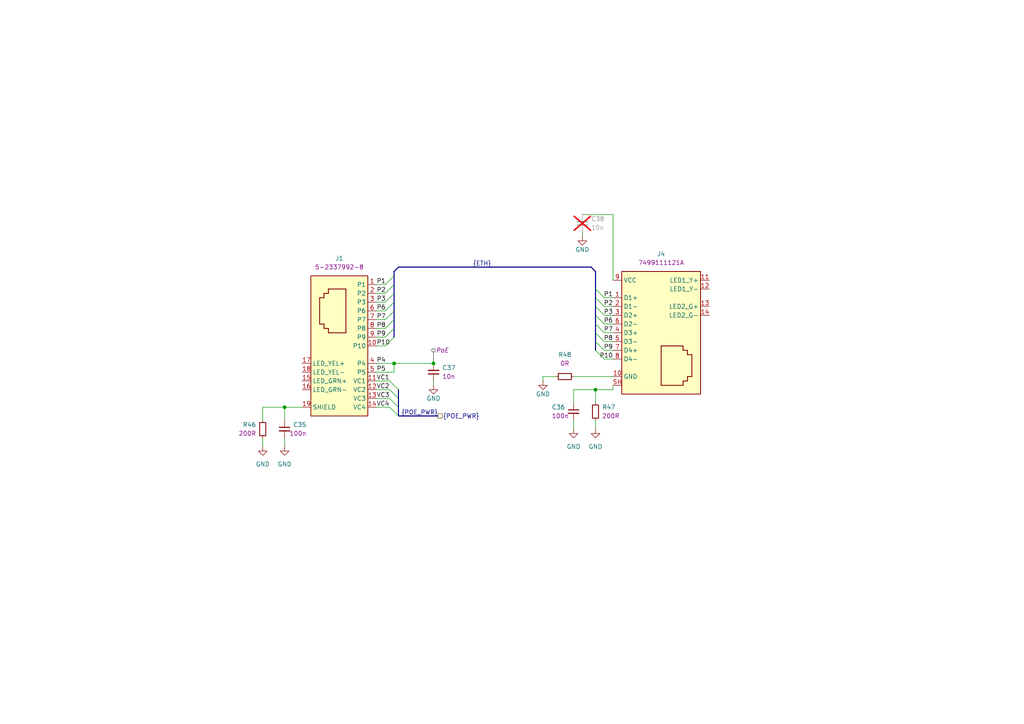
<source format=kicad_sch>
(kicad_sch (version 20230121) (generator eeschema)
  (paper "A4")
  (lib_symbols
    (symbol "antmicroCapacitors0402:C_100n_0402" (pin_numbers hide) (pin_names hide)
      (property "Reference" "C" (at 20.32 -5.08 0))
      (property "Val" "100n" (at 20.32 -7.62 0))
      (symbol "C_100n_0402_0_1"
        (polyline (pts (xy 2.032 -1.524) (xy 2.032 1.524)) (stroke (width 0.3048)))
        (polyline (pts (xy 3.048 -1.524) (xy 3.048 1.524)) (stroke (width 0.3302)))
      )
      (symbol "C_100n_0402_1_1"
        (pin passive line (at 0 0 0) (length 2.032) (name "~") (number "1"))
        (pin passive line (at 5.08 0 180) (length 2.032) (name "~") (number "2"))
      )
    )
    (symbol "antmicroCapacitors0603:C_10n_0603" (pin_numbers hide) (pin_names hide)
      (property "Reference" "C" (at 20.32 -5.08 0))
      (property "Val" "10n" (at 20.32 -7.62 0))
      (symbol "C_10n_0603_0_1"
        (polyline (pts (xy 2.032 -1.524) (xy 2.032 1.524)) (stroke (width 0.3048)))
        (polyline (pts (xy 3.048 -1.524) (xy 3.048 1.524)) (stroke (width 0.3302)))
      )
      (symbol "C_10n_0603_1_1"
        (pin passive line (at 0 0 0) (length 2.032) (name "~") (number "1"))
        (pin passive line (at 5.08 0 180) (length 2.032) (name "~") (number "2"))
      )
    )
    (symbol "antmicroModularConnectorsJacksWithMagnetics:Bus_RJ45_5-2337992-8"
      (property "Reference" "J" (at 35.56 -2.54 0))
      (property "MPN" "5-2337992-8" (at 35.56 -12.7 0))
      (symbol "Bus_RJ45_5-2337992-8_1_1"
        (polyline (pts (xy 8.89 -13.97) (xy 13.97 -13.97)) (stroke (width 0.254)) (fill (type background)))
        (polyline (pts (xy 8.89 -1.27) (xy 8.89 -13.97)) (stroke (width 0.254)) (fill (type background)))
        (polyline (pts (xy 8.89 -1.27) (xy 13.97 -1.27)) (stroke (width 0.254)) (fill (type background)))
        (polyline (pts (xy 13.97 -13.97) (xy 13.97 -12.7)) (stroke (width 0.254)) (fill (type background)))
        (polyline (pts (xy 13.97 -12.7) (xy 15.24 -12.7)) (stroke (width 0.254)) (fill (type background)))
        (polyline (pts (xy 13.97 -2.54) (xy 15.24 -2.54)) (stroke (width 0.254)) (fill (type background)))
        (polyline (pts (xy 13.97 -1.27) (xy 13.97 -2.54)) (stroke (width 0.254)) (fill (type background)))
        (polyline (pts (xy 15.24 -12.7) (xy 15.24 -11.43)) (stroke (width 0.254)) (fill (type background)))
        (polyline (pts (xy 15.24 -11.43) (xy 16.51 -11.43)) (stroke (width 0.254)) (fill (type background)))
        (polyline (pts (xy 15.24 -3.81) (xy 16.51 -3.81)) (stroke (width 0.254)) (fill (type background)))
        (polyline (pts (xy 15.24 -2.54) (xy 15.24 -3.81)) (stroke (width 0.254)) (fill (type background)))
        (polyline (pts (xy 16.51 -3.81) (xy 16.51 -11.43)) (stroke (width 0.254)) (fill (type background)))
        (rectangle (start 2.54 2.54) (end 19.05 -38.1) (stroke (width 0.254)) (fill (type background)))
        (pin bidirectional line (at 0 0 0) (length 2.54) (name "P1") (number "1"))
        (pin bidirectional line (at 0 -17.78 0) (length 2.54) (name "P10") (number "10"))
        (pin bidirectional line (at 0 -27.94 0) (length 2.54) (name "VC1") (number "11"))
        (pin bidirectional line (at 0 -30.48 0) (length 2.54) (name "VC2") (number "12"))
        (pin bidirectional line (at 0 -33.02 0) (length 2.54) (name "VC3") (number "13"))
        (pin bidirectional line (at 0 -35.56 0) (length 2.54) (name "VC4") (number "14"))
        (pin passive line (at 21.59 -27.94 180) (length 2.54) (name "LED_GRN+") (number "15"))
        (pin passive line (at 21.59 -30.48 180) (length 2.54) (name "LED_GRN-") (number "16"))
        (pin passive line (at 21.59 -22.86 180) (length 2.54) (name "LED_YEL+") (number "17"))
        (pin passive line (at 21.59 -25.4 180) (length 2.54) (name "LED_YEL-") (number "18"))
        (pin passive line (at 21.59 -35.56 180) (length 2.54) (name "SHIELD") (number "19"))
        (pin bidirectional line (at 0 -2.54 0) (length 2.54) (name "P2") (number "2"))
        (pin passive line (at 21.59 -35.56 180) (length 2.54) hide (name "SHIELD") (number "20"))
        (pin bidirectional line (at 0 -5.08 0) (length 2.54) (name "P3") (number "3"))
        (pin bidirectional line (at 0 -22.86 0) (length 2.54) (name "P4") (number "4"))
        (pin bidirectional line (at 0 -25.4 0) (length 2.54) (name "P5") (number "5"))
        (pin bidirectional line (at 0 -7.62 0) (length 2.54) (name "P6") (number "6"))
        (pin bidirectional line (at 0 -10.16 0) (length 2.54) (name "P7") (number "7"))
        (pin bidirectional line (at 0 -12.7 0) (length 2.54) (name "P8") (number "8"))
        (pin bidirectional line (at 0 -15.24 0) (length 2.54) (name "P9") (number "9"))
      )
    )
    (symbol "antmicroModularConnectorsJacksWithMagnetics:Bus_RJ45_7499111121A"
      (property "Reference" "J" (at 41.91 0 0))
      (property "MPN" "7499111121A" (at 41.91 -10.16 0))
      (symbol "Bus_RJ45_7499111121A_1_1"
        (polyline (pts (xy 13.97 -30.48) (xy 13.97 -19.05)) (stroke (width 0.254)) (fill (type background)))
        (polyline (pts (xy 13.97 -19.05) (xy 20.32 -19.05)) (stroke (width 0.254)) (fill (type background)))
        (polyline (pts (xy 20.32 -30.48) (xy 13.97 -30.48)) (stroke (width 0.254)) (fill (type background)))
        (polyline (pts (xy 20.32 -30.48) (xy 20.32 -29.21)) (stroke (width 0.254)) (fill (type background)))
        (polyline (pts (xy 20.32 -29.21) (xy 21.59 -29.21)) (stroke (width 0.254)) (fill (type background)))
        (polyline (pts (xy 20.32 -20.32) (xy 21.59 -20.32)) (stroke (width 0.254)) (fill (type background)))
        (polyline (pts (xy 20.32 -19.05) (xy 20.32 -20.32)) (stroke (width 0.254)) (fill (type background)))
        (polyline (pts (xy 21.59 -29.21) (xy 21.59 -27.94)) (stroke (width 0.254)) (fill (type background)))
        (polyline (pts (xy 21.59 -27.94) (xy 22.86 -27.94)) (stroke (width 0.254)) (fill (type background)))
        (polyline (pts (xy 21.59 -21.59) (xy 22.86 -21.59)) (stroke (width 0.254)) (fill (type background)))
        (polyline (pts (xy 21.59 -20.32) (xy 21.59 -21.59)) (stroke (width 0.254)) (fill (type background)))
        (polyline (pts (xy 22.86 -21.59) (xy 22.86 -27.94)) (stroke (width 0.254)) (fill (type background)))
        (rectangle (start 2.54 2.54) (end 25.4 -33.02) (stroke (width 0.254)) (fill (type background)))
        (pin bidirectional line (at 0 -5.08 0) (length 2.54) (name "D1+") (number "1"))
        (pin power_in line (at 0 -27.94 0) (length 2.54) (name "GND") (number "10"))
        (pin passive line (at 27.94 0 180) (length 2.54) (name "LED1_Y+") (number "11"))
        (pin passive line (at 27.94 -2.54 180) (length 2.54) (name "LED1_Y-") (number "12"))
        (pin passive line (at 27.94 -7.62 180) (length 2.54) (name "LED2_G+") (number "13"))
        (pin passive line (at 27.94 -10.16 180) (length 2.54) (name "LED2_G-") (number "14"))
        (pin bidirectional line (at 0 -7.62 0) (length 2.54) (name "D1-") (number "2"))
        (pin bidirectional line (at 0 -10.16 0) (length 2.54) (name "D2+") (number "3"))
        (pin bidirectional line (at 0 -15.24 0) (length 2.54) (name "D3+") (number "4"))
        (pin bidirectional line (at 0 -17.78 0) (length 2.54) (name "D3-") (number "5"))
        (pin bidirectional line (at 0 -12.7 0) (length 2.54) (name "D2-") (number "6"))
        (pin bidirectional line (at 0 -20.32 0) (length 2.54) (name "D4+") (number "7"))
        (pin bidirectional line (at 0 -22.86 0) (length 2.54) (name "D4-") (number "8"))
        (pin power_in line (at 0 0 0) (length 2.54) (name "VCC") (number "9"))
        (pin passive line (at 0 -30.48 0) (length 2.54) (name "~") (number "SH"))
        (pin passive line (at 0 -30.48 0) (length 2.54) hide (name "~") (number "SH"))
      )
    )
    (symbol "antmicroResistors0402:R_0R_0402" (pin_numbers hide) (pin_names hide)
      (property "Reference" "R" (at 20.32 -5.08 0))
      (property "Val" "0R" (at 20.32 -7.62 0))
      (symbol "R_0R_0402_0_1"
        (rectangle (start 0.635 0.889) (end 4.445 -0.889) (stroke (width 0.254)))
      )
      (symbol "R_0R_0402_1_1"
        (pin passive line (at 0 0 0) (length 0.635) (name "~") (number "1"))
        (pin passive line (at 5.08 0 180) (length 0.635) (name "~") (number "2"))
      )
    )
    (symbol "antmicroResistors0402:R_200R_0402" (pin_numbers hide) (pin_names hide)
      (property "Reference" "R" (at 20.32 -5.08 0))
      (property "Val" "200R" (at 20.32 -7.62 0))
      (symbol "R_200R_0402_0_1"
        (rectangle (start 0.635 0.889) (end 4.445 -0.889) (stroke (width 0.254)))
      )
      (symbol "R_200R_0402_1_1"
        (pin passive line (at 0 0 0) (length 0.635) (name "~") (number "1"))
        (pin passive line (at 5.08 0 180) (length 0.635) (name "~") (number "2"))
      )
    )
    (symbol "antmicropower:GND" (power) (pin_numbers hide) (pin_names hide)
      (property "Value" "GND" (at 8.89 -5.08 0))
      (symbol "GND_1_1"
        (polyline (pts (xy 0 0) (xy 0 -1.27) (xy 1.27 -1.27) (xy 0 -2.54) (xy -1.27 -1.27) (xy 0 -1.27)))
        (pin power_in line (at 0 0 270) (length 0) (name "GND") (number "1"))
      )
    )
  )
  (junction (at 172.72 113.03))
  (junction (at 125.73 105.41))
  (junction (at 82.55 118.11))
  (junction (at 114.3 105.41))
  (bus_entry (at 114.3 82.55) (size -2.54 2.54))
  (bus_entry (at 114.3 85.09) (size -2.54 2.54))
  (bus_entry (at 114.3 97.79) (size -2.54 2.54))
  (bus_entry (at 115.57 118.11) (size -2.54 -2.54))
  (bus_entry (at 172.72 83.82) (size 2.54 2.54))
  (bus_entry (at 172.72 96.52) (size 2.54 2.54))
  (bus_entry (at 172.72 86.36) (size 2.54 2.54))
  (bus_entry (at 172.72 91.44) (size 2.54 2.54))
  (bus_entry (at 114.3 95.25) (size -2.54 2.54))
  (bus_entry (at 172.72 99.06) (size 2.54 2.54))
  (bus_entry (at 172.72 93.98) (size 2.54 2.54))
  (bus_entry (at 114.3 80.01) (size -2.54 2.54))
  (bus_entry (at 115.57 115.57) (size -2.54 -2.54))
  (bus_entry (at 115.57 120.65) (size -2.54 -2.54))
  (bus_entry (at 172.72 101.6) (size 2.54 2.54))
  (bus_entry (at 172.72 88.9) (size 2.54 2.54))
  (bus_entry (at 115.57 113.03) (size -2.54 -2.54))
  (bus_entry (at 114.3 87.63) (size -2.54 2.54))
  (bus_entry (at 114.3 90.17) (size -2.54 2.54))
  (bus_entry (at 114.3 92.71) (size -2.54 2.54))
  (wire (pts (xy 109.22 105.41) (xy 114.3 105.41)))
  (wire (pts (xy 109.22 100.33) (xy 111.76 100.33)))
  (bus (pts (xy 114.3 78.74) (xy 114.3 80.01)))
  (wire (pts (xy 82.55 118.11) (xy 82.55 121.92)))
  (wire (pts (xy 177.8 81.28) (xy 177.8 62.23)))
  (wire (pts (xy 166.37 113.03) (xy 166.37 116.84)))
  (wire (pts (xy 177.8 109.22) (xy 166.37 109.22)))
  (wire (pts (xy 109.22 82.55) (xy 111.76 82.55)))
  (wire (pts (xy 125.73 104.14) (xy 125.73 105.41)))
  (wire (pts (xy 168.91 67.31) (xy 168.91 68.58)))
  (bus (pts (xy 115.57 77.47) (xy 171.45 77.47)))
  (bus (pts (xy 115.57 115.57) (xy 115.57 118.11)))
  (bus (pts (xy 114.3 95.25) (xy 114.3 97.79)))
  (bus (pts (xy 172.72 96.52) (xy 172.72 99.06)))
  (wire (pts (xy 177.8 88.9) (xy 175.26 88.9)))
  (wire (pts (xy 82.55 127) (xy 82.55 129.54)))
  (wire (pts (xy 177.8 101.6) (xy 175.26 101.6)))
  (bus (pts (xy 114.3 90.17) (xy 114.3 92.71)))
  (bus (pts (xy 114.3 92.71) (xy 114.3 95.25)))
  (wire (pts (xy 114.3 107.95) (xy 114.3 105.41)))
  (wire (pts (xy 177.8 62.23) (xy 168.91 62.23)))
  (wire (pts (xy 109.22 85.09) (xy 111.76 85.09)))
  (wire (pts (xy 109.22 118.11) (xy 113.03 118.11)))
  (wire (pts (xy 166.37 113.03) (xy 172.72 113.03)))
  (wire (pts (xy 161.29 109.22) (xy 157.48 109.22)))
  (wire (pts (xy 109.22 113.03) (xy 113.03 113.03)))
  (wire (pts (xy 109.22 95.25) (xy 111.76 95.25)))
  (bus (pts (xy 172.72 99.06) (xy 172.72 101.6)))
  (bus (pts (xy 127 120.65) (xy 115.57 120.65)))
  (bus (pts (xy 115.57 113.03) (xy 115.57 115.57)))
  (wire (pts (xy 177.8 104.14) (xy 175.26 104.14)))
  (wire (pts (xy 82.55 118.11) (xy 87.63 118.11)))
  (bus (pts (xy 172.72 78.74) (xy 172.72 83.82)))
  (wire (pts (xy 177.8 99.06) (xy 175.26 99.06)))
  (bus (pts (xy 172.72 78.74) (xy 171.45 77.47)))
  (wire (pts (xy 76.2 118.11) (xy 82.55 118.11)))
  (bus (pts (xy 172.72 91.44) (xy 172.72 93.98)))
  (wire (pts (xy 166.37 121.92) (xy 166.37 124.46)))
  (wire (pts (xy 177.8 93.98) (xy 175.26 93.98)))
  (wire (pts (xy 172.72 116.84) (xy 172.72 113.03)))
  (wire (pts (xy 109.22 97.79) (xy 111.76 97.79)))
  (wire (pts (xy 114.3 105.41) (xy 125.73 105.41)))
  (wire (pts (xy 76.2 127) (xy 76.2 129.54)))
  (wire (pts (xy 177.8 91.44) (xy 175.26 91.44)))
  (wire (pts (xy 172.72 121.92) (xy 172.72 124.46)))
  (wire (pts (xy 76.2 121.92) (xy 76.2 118.11)))
  (bus (pts (xy 172.72 88.9) (xy 172.72 91.44)))
  (bus (pts (xy 172.72 83.82) (xy 172.72 86.36)))
  (bus (pts (xy 172.72 86.36) (xy 172.72 88.9)))
  (wire (pts (xy 109.22 92.71) (xy 111.76 92.71)))
  (wire (pts (xy 177.8 113.03) (xy 177.8 111.76)))
  (bus (pts (xy 115.57 118.11) (xy 115.57 120.65)))
  (bus (pts (xy 114.3 80.01) (xy 114.3 82.55)))
  (wire (pts (xy 109.22 107.95) (xy 114.3 107.95)))
  (wire (pts (xy 172.72 113.03) (xy 177.8 113.03)))
  (wire (pts (xy 109.22 115.57) (xy 113.03 115.57)))
  (bus (pts (xy 114.3 82.55) (xy 114.3 85.09)))
  (wire (pts (xy 109.22 87.63) (xy 111.76 87.63)))
  (bus (pts (xy 114.3 78.74) (xy 115.57 77.47)))
  (wire (pts (xy 125.73 110.49) (xy 125.73 111.76)))
  (wire (pts (xy 109.22 90.17) (xy 111.76 90.17)))
  (bus (pts (xy 114.3 87.63) (xy 114.3 90.17)))
  (wire (pts (xy 157.48 109.22) (xy 157.48 110.49)))
  (wire (pts (xy 109.22 110.49) (xy 113.03 110.49)))
  (wire (pts (xy 177.8 86.36) (xy 175.26 86.36)))
  (bus (pts (xy 114.3 85.09) (xy 114.3 87.63)))
  (bus (pts (xy 172.72 93.98) (xy 172.72 96.52)))
  (wire (pts (xy 177.8 96.52) (xy 175.26 96.52)))
  (label "VC3" (at 109.22 115.57 0))
  (label "P10" (at 177.8 104.14 180))
  (label "{ETH}" (at 137.16 77.47 0))
  (label "P8" (at 177.8 99.06 180))
  (label "P7" (at 109.22 92.71 0))
  (label "P9" (at 109.22 97.79 0))
  (label "P1" (at 109.22 82.55 0))
  (label "P1" (at 177.8 86.36 180))
  (label "P6" (at 109.22 90.17 0))
  (label "P3" (at 177.8 91.44 180))
  (label "P5" (at 109.22 107.95 0))
  (label "P4" (at 109.22 105.41 0))
  (label "P2" (at 109.22 85.09 0))
  (label "P3" (at 109.22 87.63 0))
  (label "P2" (at 177.8 88.9 180))
  (label "{POE_PWR}" (at 127 120.65 180))
  (label "VC4" (at 109.22 118.11 0))
  (label "VC1" (at 109.22 110.49 0))
  (label "P7" (at 177.8 96.52 180))
  (label "VC2" (at 109.22 113.03 0))
  (label "P10" (at 109.22 100.33 0))
  (label "P8" (at 109.22 95.25 0))
  (label "P9" (at 177.8 101.6 180))
  (label "P6" (at 177.8 93.98 180))
  (hierarchical_label "{POE_PWR}" (shape passive) (at 127 120.65 0))
  (netclass_flag "" (length 2.54) (shape round) (at 125.73 104.14 0) (property "Netclass" "PoE" (at 126.4285 101.6 0) (effects (font italic) (justify left))))
  (symbol (lib_id "antmicroCapacitors0402:C_100n_0402") (at 82.55 121.92 270) (unit 1)
    (property "Reference" "C35" (at 88.9 123.19 90) (effects (justify right)))
    (property "Value" "C_100n_0402" (effects hide))
    (property "Footprint" "antmicro-footprints:C_0402_1005Metric" (effects hide))
    (property "Datasheet" "https://search.murata.co.jp/Ceramy/image/img/A01X/G101/ENG/GRM155R61H104KE14-01.pdf" (effects hide))
    (property "Manufacturer" "Murata" (effects hide))
    (property "MPN" "GRM155R61H104KE14D" (effects hide))
    (property "Val" "100n" (at 88.9 125.73 90) (effects (justify right)))
    (property "License" "Apache-2.0" (effects hide))
    (property "Author" "Antmicro" (effects hide))
    (property "Voltage" "50V" (effects hide))
    (property "Dielectric" "X5R" (effects hide))
  )
  (symbol (lib_id "antmicroModularConnectorsJacksWithMagnetics:Bus_RJ45_5-2337992-8") (at 109.22 82.55 0) (mirror y) (unit 1)
    (property "Reference" "J1" (at 98.425 74.93 0))
    (property "Value" "Bus_RJ45_5-2337992-8" (effects hide))
    (property "Footprint" "antmicro-footprints:RJ45_X-2337992-8_Horizontal" (effects hide))
    (property "Datasheet" "https://www.te.com/commerce/DocumentDelivery/DDEController?Action=showdoc&DocId=Customer+Drawing%7F5-2337992-8%7FA%7Fpdf%7FEnglish%7FENG_CD_5-2337992-8_A.pdf%7F5-2337992-8" (effects hide))
    (property "MPN" "5-2337992-8" (at 98.425 77.47 0))
    (property "Manufacturer" "TE Connectivity" (effects hide))
    (property "Author" "Antmicro" (effects hide))
    (property "License" "Apache-2.0" (effects hide))
  )
  (symbol (lib_id "antmicroResistors0402:R_0R_0402") (at 161.29 109.22 0) (unit 1)
    (property "Reference" "R48" (at 163.83 102.87 0))
    (property "Value" "R_0R_0402" (effects hide))
    (property "Footprint" "antmicro-footprints:R_0402_1005Metric" (effects hide))
    (property "Datasheet" "https://industrial.panasonic.com/cdbs/www-data/pdf/RDA0000/AOA0000C301.pdf" (effects hide))
    (property "MPN" "ERJ2GE0R00X" (effects hide))
    (property "Manufacturer" "Panasonic" (effects hide))
    (property "License" "Apache-2.0" (effects hide))
    (property "Author" "Antmicro" (effects hide))
    (property "Val" "0R" (at 163.83 105.41 0))
    (property "Current" "1A" (effects hide))
  )
  (symbol (lib_id "antmicroCapacitors0402:C_100n_0402") (at 166.37 116.84 90) (mirror x) (unit 1)
    (property "Reference" "C36" (at 160.02 118.11 90) (effects (justify right)))
    (property "Value" "C_100n_0402" (effects hide))
    (property "Footprint" "antmicro-footprints:C_0402_1005Metric" (effects hide))
    (property "Datasheet" "https://search.murata.co.jp/Ceramy/image/img/A01X/G101/ENG/GRM155R61H104KE14-01.pdf" (effects hide))
    (property "Manufacturer" "Murata" (effects hide))
    (property "MPN" "GRM155R61H104KE14D" (effects hide))
    (property "Val" "100n" (at 160.02 120.65 90) (effects (justify right)))
    (property "License" "Apache-2.0" (effects hide))
    (property "Author" "Antmicro" (effects hide))
    (property "Voltage" "50V" (effects hide))
    (property "Dielectric" "X5R" (effects hide))
  )
  (symbol (lib_id "antmicropower:GND") (at 82.55 129.54 0) (unit 1)
    (property "Reference" "#PWR083" (effects hide))
    (property "Value" "GND" (at 82.55 134.62 0))
    (property "Author" "Antmicro" (effects hide))
    (property "License" "Apache-2.0" (effects hide))
  )
  (symbol (lib_id "antmicropower:GND") (at 157.48 110.49 0) (unit 1)
    (property "Reference" "#PWR087" (effects hide))
    (property "Value" "GND" (at 157.48 114.3 0))
    (property "Author" "Antmicro" (effects hide))
    (property "License" "Apache-2.0" (effects hide))
  )
  (symbol (lib_id "antmicroModularConnectorsJacksWithMagnetics:Bus_RJ45_7499111121A") (at 177.8 81.28 0) (unit 1)
    (property "Reference" "J4" (at 191.77 73.66 0))
    (property "Value" "Bus_RJ45_7499111121A" (effects hide))
    (property "Footprint" "antmicro-footprints:RJ45_7499111121A_Horizontal" (effects hide))
    (property "Datasheet" "https://www.we-online.com/components/products/datasheet/7499111121A.pdf" (effects hide))
    (property "MPN" "7499111121A" (at 191.77 76.2 0))
    (property "Manufacturer" "Würth Elektronik" (effects hide))
    (property "Author" "Antmicro" (effects hide))
    (property "License" "Apache-2.0" (effects hide))
  )
  (symbol (lib_id "antmicropower:GND") (at 168.91 68.58 0) (unit 1)
    (property "Reference" "#PWR088" (effects hide))
    (property "Value" "GND" (at 168.91 72.39 0))
    (property "Author" "Antmicro" (effects hide))
    (property "License" "Apache-2.0" (effects hide))
  )
  (symbol (lib_id "antmicropower:GND") (at 76.2 129.54 0) (unit 1)
    (property "Reference" "#PWR082" (effects hide))
    (property "Value" "GND" (at 76.2 134.62 0))
    (property "Author" "Antmicro" (effects hide))
    (property "License" "Apache-2.0" (effects hide))
  )
  (symbol (lib_id "antmicroResistors0402:R_200R_0402") (at 172.72 121.92 270) (mirror x) (unit 1)
    (property "Reference" "R47" (at 174.625 118.11 90) (effects (justify left)))
    (property "Value" "R_200R_0402" (effects hide))
    (property "Footprint" "antmicro-footprints:R_0402_1005Metric" (effects hide))
    (property "Datasheet" "https://www.bourns.com/docs/product-datasheets/cr.pdf" (effects hide))
    (property "Manufacturer" "Bourns" (effects hide))
    (property "MPN" "CR0402-FX-2000GLF" (effects hide))
    (property "Val" "200R" (at 174.625 120.65 90) (effects (justify left)))
    (property "License" "Apache-2.0" (effects hide))
    (property "Author" "Antmicro" (effects hide))
    (property "Tolerance" "1%" (effects hide))
  )
  (symbol (lib_id "antmicropower:GND") (at 172.72 124.46 0) (unit 1)
    (property "Reference" "#PWR085" (effects hide))
    (property "Value" "GND" (at 172.72 129.54 0))
    (property "Author" "Antmicro" (effects hide))
    (property "License" "Apache-2.0" (effects hide))
  )
  (symbol (lib_id "antmicroResistors0402:R_200R_0402") (at 76.2 127 90) (unit 1)
    (property "Reference" "R46" (at 74.295 123.19 90) (effects (justify left)))
    (property "Value" "R_200R_0402" (effects hide))
    (property "Footprint" "antmicro-footprints:R_0402_1005Metric" (effects hide))
    (property "Datasheet" "https://www.bourns.com/docs/product-datasheets/cr.pdf" (effects hide))
    (property "Manufacturer" "Bourns" (effects hide))
    (property "MPN" "CR0402-FX-2000GLF" (effects hide))
    (property "Val" "200R" (at 74.295 125.73 90) (effects (justify left)))
    (property "License" "Apache-2.0" (effects hide))
    (property "Author" "Antmicro" (effects hide))
    (property "Tolerance" "1%" (effects hide))
  )
  (symbol (lib_id "antmicroCapacitors0603:C_10n_0603") (at 125.73 110.49 90) (unit 1)
    (property "Reference" "C37" (at 128.27 106.6736 90) (effects (justify right)))
    (property "Value" "C_10n_0603" (effects hide))
    (property "Footprint" "antmicro-footprints:C_0603_1608Metric" (effects hide))
    (property "Datasheet" "https://spicat.kyocera-avx.com/product/mlcc/chartview/06031C103JAT2A/" (effects hide))
    (property "MPN" "06031C103JAT2A" (effects hide))
    (property "Manufacturer" "AVX" (effects hide))
    (property "License" "Apache-2.0" (effects hide))
    (property "Author" "Antmicro" (effects hide))
    (property "Val" "10n" (at 128.27 109.2136 90) (effects (justify right)))
    (property "Public" "False" (effects hide))
  )
  (symbol (lib_id "antmicropower:GND") (at 125.73 111.76 0) (unit 1)
    (property "Reference" "#PWR086" (effects hide))
    (property "Value" "GND" (at 125.73 115.57 0))
    (property "Author" "Antmicro" (effects hide))
    (property "License" "Apache-2.0" (effects hide))
  )
  (symbol (lib_id "antmicroCapacitors0603:C_10n_0603") (at 168.91 67.31 90) (unit 1) (dnp yes)
    (property "Reference" "C38" (at 171.45 63.4936 90) (effects (justify right)))
    (property "Value" "C_10n_0603" (effects hide))
    (property "Footprint" "antmicro-footprints:C_0603_1608Metric" (effects hide))
    (property "Datasheet" "https://spicat.kyocera-avx.com/product/mlcc/chartview/06031C103JAT2A/" (effects hide))
    (property "MPN" "06031C103JAT2A" (effects hide))
    (property "Manufacturer" "AVX" (effects hide))
    (property "License" "Apache-2.0" (effects hide))
    (property "Author" "Antmicro" (effects hide))
    (property "Val" "10n" (at 171.45 66.0336 90) (effects (justify right)))
    (property "Public" "False" (effects hide))
  )
  (symbol (lib_id "antmicropower:GND") (at 166.37 124.46 0) (unit 1)
    (property "Reference" "#PWR084" (effects hide))
    (property "Value" "GND" (at 166.37 129.54 0))
    (property "Author" "Antmicro" (effects hide))
    (property "License" "Apache-2.0" (effects hide))
  )
)
</source>
